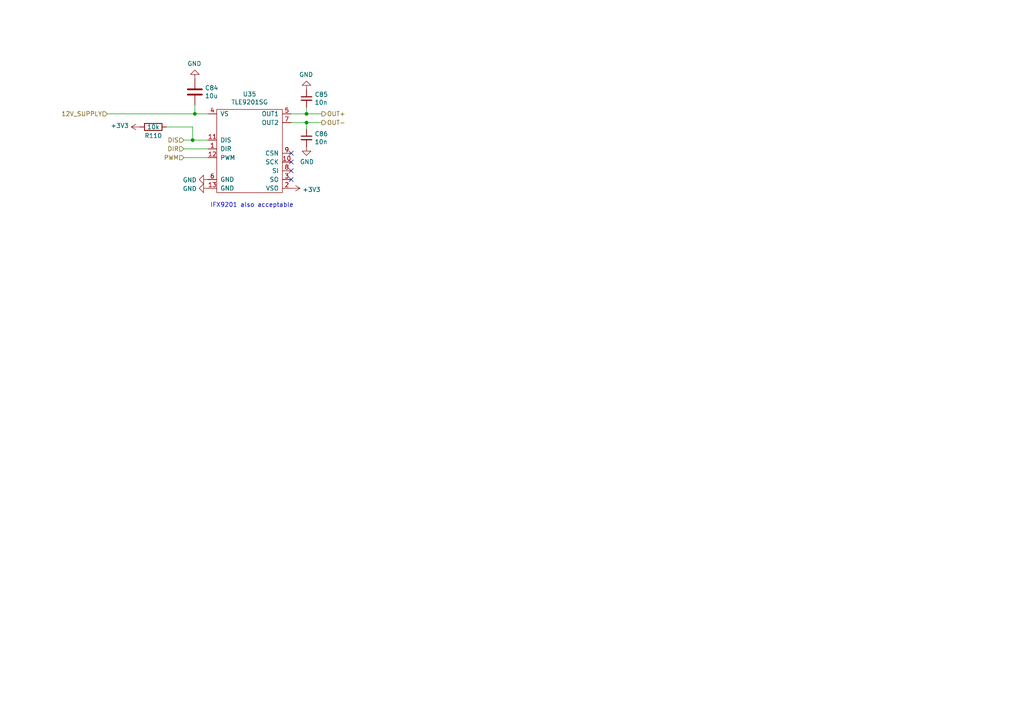
<source format=kicad_sch>
(kicad_sch (version 20250114) (generator "eeschema") (generator_version "9.0")
  (paper "A4")
  (title_block (title "rusEfi Proteus") (date "2022-04-09") (rev "v0.7") (company "rusEFI") (comment 1 "github.com/mck1117/proteus") (comment 2 "rusefi.com/s/proteus"))
  (lib_symbols
    (symbol "Device:C" (pin_numbers (hide yes)) (pin_names (offset 0.254))
      (property "Reference" "C" (at 0.635 2.54 0))
      (property "Value" "C" (at 0.635 -2.54 0))
      (symbol "C_0_1"
        (polyline (pts (xy -2.032 0.762) (xy 2.032 0.762)) (stroke (width 0.508)))
        (polyline (pts (xy -2.032 -0.762) (xy 2.032 -0.762)) (stroke (width 0.508)))
      )
      (symbol "C_1_1"
        (pin passive line (at 0 3.81 270) (length 2.794) (name "~") (number "1"))
        (pin passive line (at 0 -3.81 90) (length 2.794) (name "~") (number "2"))
      )
    )
    (symbol "Device:C_Small" (pin_numbers (hide yes)) (pin_names (offset 0.254) (hide yes))
      (property "Reference" "C" (at 0.254 1.778 0))
      (property "Value" "C_Small" (at 0.254 -2.032 0))
      (symbol "C_Small_0_1"
        (polyline (pts (xy -1.524 0.508) (xy 1.524 0.508)) (stroke (width 0.3048)))
        (polyline (pts (xy -1.524 -0.508) (xy 1.524 -0.508)) (stroke (width 0.3302)))
      )
      (symbol "C_Small_1_1"
        (pin passive line (at 0 2.54 270) (length 2.032) (name "~") (number "1"))
        (pin passive line (at 0 -2.54 90) (length 2.032) (name "~") (number "2"))
      )
    )
    (symbol "Device:R" (pin_numbers (hide yes)) (pin_names (offset 0))
      (property "Reference" "R" (at 2.032 0 90))
      (property "Value" "R" (at 0 0 90))
      (symbol "R_0_1"
        (rectangle (start -1.016 -2.54) (end 1.016 2.54) (stroke (width 0.254)))
      )
      (symbol "R_1_1"
        (pin passive line (at 0 3.81 270) (length 1.27) (name "~") (number "1"))
        (pin passive line (at 0 -3.81 90) (length 1.27) (name "~") (number "2"))
      )
    )
    (symbol "power:+3V3" (power) (pin_numbers (hide yes)) (pin_names (offset 0) (hide yes))
      (property "Value" "+3V3" (at 0 3.556 0))
      (symbol "+3V3_0_1"
        (polyline (pts (xy -0.762 1.27) (xy 0 2.54)))
        (polyline (pts (xy 0 2.54) (xy 0.762 1.27)))
        (polyline (pts (xy 0 0) (xy 0 2.54)))
      )
      (symbol "+3V3_1_1"
        (pin power_in line (at 0 0 90) (length 0) (name "~") (number "1"))
      )
    )
    (symbol "power:GND" (power) (pin_numbers (hide yes)) (pin_names (offset 0) (hide yes))
      (property "Value" "GND" (at 0 -3.81 0))
      (symbol "GND_0_1"
        (polyline (pts (xy 0 0) (xy 0 -1.27) (xy 1.27 -1.27) (xy 0 -2.54) (xy -1.27 -1.27) (xy 0 -1.27)))
      )
      (symbol "GND_1_1"
        (pin power_in line (at 0 0 270) (length 0) (name "~") (number "1"))
      )
    )
    (symbol "tle9201_2:TLE9201SG" (pin_names (offset 1.016))
      (property "Reference" "U" (at -8.89 -13.97 0))
      (property "Value" "TLE9201SG" (at -3.81 12.7 0))
      (symbol "TLE9201SG_0_1"
        (rectangle (start -10.16 11.43) (end 8.89 -12.7))
      )
      (symbol "TLE9201SG_1_1"
        (pin power_in line (at -12.7 10.16 0) (length 2.54) (name "VS") (number "4"))
        (pin input line (at -12.7 2.54 0) (length 2.54) (name "DIS") (number "11"))
        (pin input line (at -12.7 0 0) (length 2.54) (name "DIR") (number "1"))
        (pin input line (at -12.7 -2.54 0) (length 2.54) (name "PWM") (number "12"))
        (pin power_in line (at -12.7 -8.89 0) (length 2.54) (name "GND") (number "6"))
        (pin power_in line (at -12.7 -11.43 0) (length 2.54) (name "GND") (number "13"))
        (pin power_out line (at 11.43 10.16 180) (length 2.54) (name "OUT1") (number "5"))
        (pin power_out line (at 11.43 7.62 180) (length 2.54) (name "OUT2") (number "7"))
        (pin input line (at 11.43 -1.27 180) (length 2.54) (name "CSN") (number "9"))
        (pin input line (at 11.43 -3.81 180) (length 2.54) (name "SCK") (number "10"))
        (pin input line (at 11.43 -6.35 180) (length 2.54) (name "SI") (number "8"))
        (pin output line (at 11.43 -8.89 180) (length 2.54) (name "SO") (number "3"))
        (pin power_in line (at 11.43 -11.43 180) (length 2.54) (name "VSO") (number "2"))
      )
    )
  )
  (text "IFX9201 also acceptable" (at 60.96 60.325 0) (effects (font (size 1.27 1.27)) (justify left bottom)))
  (junction (at 88.9 35.56))
  (junction (at 88.9 33.02))
  (junction (at 55.88 40.64))
  (junction (at 56.515 33.02))
  (no_connect (at 84.455 49.53))
  (no_connect (at 84.455 44.45))
  (no_connect (at 84.455 46.99))
  (no_connect (at 84.455 52.07))
  (wire (pts (xy 48.26 36.83) (xy 55.88 36.83)))
  (wire (pts (xy 84.455 33.02) (xy 88.9 33.02)))
  (wire (pts (xy 53.34 43.18) (xy 60.325 43.18)))
  (wire (pts (xy 56.515 33.02) (xy 60.325 33.02)))
  (wire (pts (xy 88.9 33.02) (xy 93.345 33.02)))
  (wire (pts (xy 31.115 33.02) (xy 56.515 33.02)))
  (wire (pts (xy 88.9 35.56) (xy 84.455 35.56)))
  (wire (pts (xy 93.345 35.56) (xy 88.9 35.56)))
  (wire (pts (xy 55.88 40.64) (xy 60.325 40.64)))
  (wire (pts (xy 88.9 37.465) (xy 88.9 35.56)))
  (wire (pts (xy 88.9 33.02) (xy 88.9 31.115)))
  (wire (pts (xy 53.34 45.72) (xy 60.325 45.72)))
  (wire (pts (xy 56.515 30.48) (xy 56.515 33.02)))
  (wire (pts (xy 55.88 36.83) (xy 55.88 40.64)))
  (wire (pts (xy 53.34 40.64) (xy 55.88 40.64)))
  (hierarchical_label "PWM" (shape input) (at 53.34 45.72 180))
  (hierarchical_label "OUT+" (shape output) (at 93.345 33.02 0))
  (hierarchical_label "DIS" (shape input) (at 53.34 40.64 180))
  (hierarchical_label "DIR" (shape input) (at 53.34 43.18 180))
  (hierarchical_label "OUT-" (shape output) (at 93.345 35.56 0))
  (hierarchical_label "12V_SUPPLY" (shape input) (at 31.115 33.02 180))
  (symbol (lib_id "power:GND") (at 60.325 52.07 270) (unit 1)
    (property "Reference" "#PWR0239" (effects (hide yes)))
    (property "Value" "GND" (at 57.0738 52.197 90) (effects (justify right)))
    (property "Description" "Power symbol creates a global label with name \"GND\" , ground" (effects (hide yes)))
    (instances (project "proteus" (path "" (reference "#PWR0239") (unit 1)) (path "" (reference "#PWR0246") (unit 1))))
  )
  (symbol (lib_id "tle9201_2:TLE9201SG") (at 73.025 43.18 0) (unit 1)
    (property "Reference" "U35" (at 72.39 27.305 0))
    (property "Value" "TLE9201SG" (at 72.39 29.6164 0))
    (property "Footprint" "Package_SO:Infineon_PG-DSO-12-9_ThermalVias" (effects (hide yes)))
    (property "LCSC" "C112633" (effects (hide yes)))
    (property "LCSC_ext" "1" (effects (hide yes)))
    (property "PN" "TLE9201SG" (effects (hide yes)))
    (property "possible_not_ext" "1" (effects (hide yes)))
    (instances (project "proteus" (path "" (reference "U35") (unit 1)) (path "" (reference "U36") (unit 1))))
  )
  (symbol (lib_id "power:GND") (at 60.325 54.61 270) (unit 1)
    (property "Reference" "#PWR0240" (effects (hide yes)))
    (property "Value" "GND" (at 57.0738 54.737 90) (effects (justify right)))
    (property "Description" "Power symbol creates a global label with name \"GND\" , ground" (effects (hide yes)))
    (instances (project "proteus" (path "" (reference "#PWR0240") (unit 1)) (path "" (reference "#PWR0247") (unit 1))))
  )
  (symbol (lib_id "Device:C_Small") (at 88.9 28.575 0) (unit 1)
    (property "Reference" "C85" (at 91.2368 27.4066 0) (effects (justify left)))
    (property "Value" "10n" (at 91.2368 29.718 0) (effects (justify left)))
    (property "Footprint" "Capacitor_SMD:C_0603_1608Metric" (effects (hide yes)))
    (property "LCSC" "C57112" (effects (hide yes)))
    (property "LCSC_ext" "0" (effects (hide yes)))
    (instances (project "proteus" (path "" (reference "C85") (unit 1)) (path "" (reference "C88") (unit 1))))
  )
  (symbol (lib_id "Device:C_Small") (at 88.9 40.005 0) (unit 1)
    (property "Reference" "C86" (at 91.2368 38.8366 0) (effects (justify left)))
    (property "Value" "10n" (at 91.2368 41.148 0) (effects (justify left)))
    (property "Footprint" "Capacitor_SMD:C_0603_1608Metric" (effects (hide yes)))
    (property "LCSC" "C57112" (effects (hide yes)))
    (property "LCSC_ext" "0" (effects (hide yes)))
    (instances (project "proteus" (path "" (reference "C86") (unit 1)) (path "" (reference "C89") (unit 1))))
  )
  (symbol (lib_id "power:GND") (at 88.9 42.545 0) (unit 1)
    (property "Reference" "#PWR0243" (effects (hide yes)))
    (property "Value" "GND" (at 89.027 46.9392 0))
    (property "Description" "Power symbol creates a global label with name \"GND\" , ground" (effects (hide yes)))
    (instances (project "proteus" (path "" (reference "#PWR0243") (unit 1)) (path "" (reference "#PWR0250") (unit 1))))
  )
  (symbol (lib_id "power:GND") (at 88.9 26.035 180) (unit 1)
    (property "Reference" "#PWR0242" (effects (hide yes)))
    (property "Value" "GND" (at 88.773 21.6408 0))
    (property "Description" "Power symbol creates a global label with name \"GND\" , ground" (effects (hide yes)))
    (instances (project "proteus" (path "" (reference "#PWR0242") (unit 1)) (path "" (reference "#PWR0249") (unit 1))))
  )
  (symbol (lib_id "Device:C") (at 56.515 26.67 0) (unit 1)
    (property "Reference" "C84" (at 59.436 25.5016 0) (effects (justify left)))
    (property "Value" "10u" (at 59.436 27.813 0) (effects (justify left)))
    (property "Footprint" "Capacitor_SMD:C_1206_3216Metric" (effects (hide yes)))
    (property "LCSC" "C13585" (effects (hide yes)))
    (property "LCSC_ext" "0" (effects (hide yes)))
    (instances (project "proteus" (path "" (reference "C84") (unit 1)) (path "" (reference "C87") (unit 1))))
  )
  (symbol (lib_id "power:GND") (at 56.515 22.86 180) (unit 1)
    (property "Reference" "#PWR0238" (effects (hide yes)))
    (property "Value" "GND" (at 56.388 18.4658 0))
    (property "Description" "Power symbol creates a global label with name \"GND\" , ground" (effects (hide yes)))
    (instances (project "proteus" (path "" (reference "#PWR0238") (unit 1)) (path "" (reference "#PWR0245") (unit 1))))
  )
  (symbol (lib_id "power:+3V3") (at 84.455 54.61 270) (unit 1)
    (property "Reference" "#PWR0241" (effects (hide yes)))
    (property "Value" "+3V3" (at 87.7062 54.991 90) (effects (justify left)))
    (property "Description" "Power symbol creates a global label with name \"+3V3\"" (effects (hide yes)))
    (instances (project "proteus" (path "" (reference "#PWR0241") (unit 1)) (path "" (reference "#PWR0248") (unit 1))))
  )
  (symbol (lib_id "Device:R") (at 44.45 36.83 270) (unit 1)
    (property "Reference" "R110" (at 44.45 39.37 90))
    (property "Value" "10k" (at 44.45 36.83 90))
    (property "Footprint" "Resistor_SMD:R_0402_1005Metric" (effects (hide yes)))
    (property "LCSC" "C25744" (effects (hide yes)))
    (property "LCSC_ext" "0" (effects (hide yes)))
    (instances (project "proteus" (path "" (reference "R110") (unit 1)) (path "" (reference "R111") (unit 1))))
  )
  (symbol (lib_id "power:+3V3") (at 40.64 36.83 90) (unit 1)
    (property "Reference" "#PWR0237" (effects (hide yes)))
    (property "Value" "+3V3" (at 37.3888 36.449 90) (effects (justify left)))
    (property "Description" "Power symbol creates a global label with name \"+3V3\"" (effects (hide yes)))
    (instances (project "proteus" (path "" (reference "#PWR0237") (unit 1)) (path "" (reference "#PWR0244") (unit 1))))
  )
)
</source>
